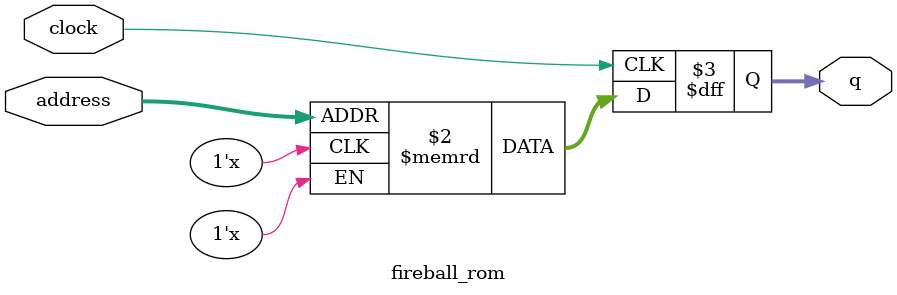
<source format=sv>
module fireball_rom (
	input logic clock,
	input logic [8:0] address,
	output logic [2:0] q
);

logic [2:0] memory [0:399] /* synthesis ram_init_file = "./fireball/fireball.COE" */;

always_ff @ (posedge clock) begin
	q <= memory[address];
end

endmodule

</source>
